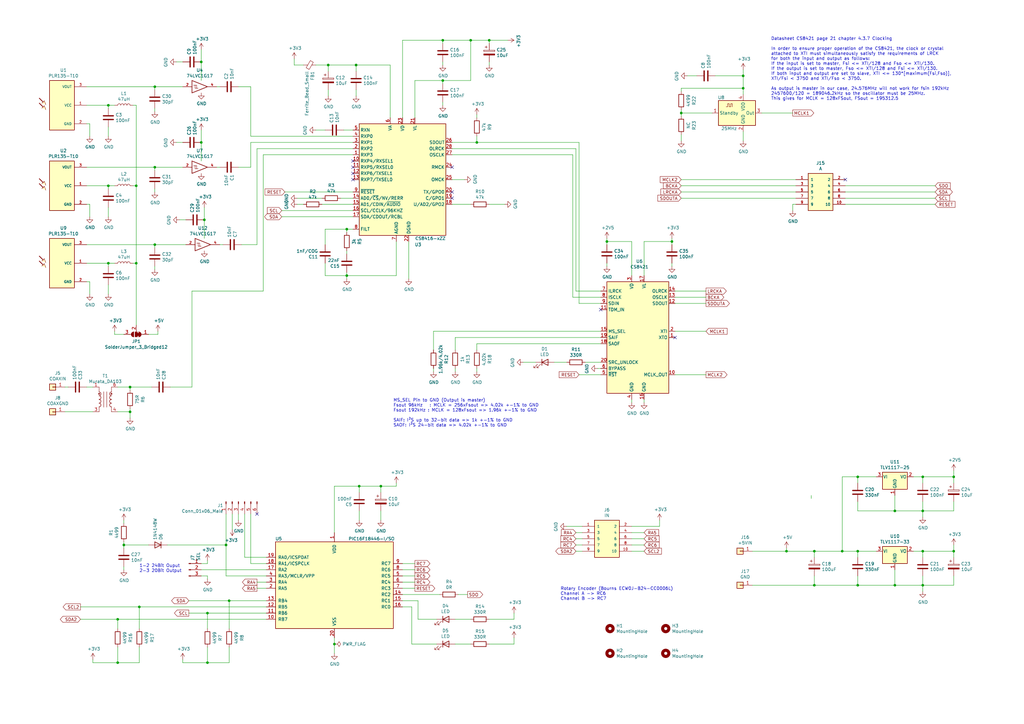
<source format=kicad_sch>
(kicad_sch (version 20211123) (generator eeschema)
  (paper "A3")
  (title_block (title "SPDIF Receiver / ASRC") (date "2022-02-20") (rev "V1"))
  (junction (at 351.79 240.03))
  (junction (at 378.46 240.03))
  (junction (at 334.01 226.06))
  (junction (at 378.46 209.55))
  (junction (at 63.5 68.58))
  (junction (at 304.8 36.195))
  (junction (at 83.82 90.17))
  (junction (at 200.66 16.51))
  (junction (at 48.26 254))
  (junction (at 92.71 223.52))
  (junction (at 275.59 99.06))
  (junction (at 134.62 26.67))
  (junction (at 55.88 76.2))
  (junction (at 53.34 158.75))
  (junction (at 50.8 223.52))
  (junction (at 63.5 35.56))
  (junction (at 391.16 226.06))
  (junction (at 44.45 43.18))
  (junction (at 55.88 107.95))
  (junction (at 334.01 240.03))
  (junction (at 44.45 76.2))
  (junction (at 351.79 226.06))
  (junction (at 57.15 248.92))
  (junction (at 85.09 251.46))
  (junction (at 82.55 25.4))
  (junction (at 137.16 264.16))
  (junction (at 181.61 33.02))
  (junction (at 85.09 271.78))
  (junction (at 146.05 26.67))
  (junction (at 63.5 100.33))
  (junction (at 378.46 195.58))
  (junction (at 378.46 226.06))
  (junction (at 53.34 168.91))
  (junction (at 82.55 58.42))
  (junction (at 279.4 46.355))
  (junction (at 367.03 209.55))
  (junction (at 195.58 58.42))
  (junction (at 322.58 226.06))
  (junction (at 304.8 31.115))
  (junction (at 147.32 199.39))
  (junction (at 181.61 16.51))
  (junction (at 93.98 246.38))
  (junction (at 248.92 99.06))
  (junction (at 391.16 195.58))
  (junction (at 345.44 226.06))
  (junction (at 44.45 107.95))
  (junction (at 156.21 199.39))
  (junction (at 142.24 113.03))
  (junction (at 142.24 93.98))
  (junction (at 193.04 16.51))
  (junction (at 48.26 271.78))
  (junction (at 351.79 195.58))
  (junction (at 367.03 240.03))
  (no_connect (at 144.78 68.58))
  (no_connect (at 144.78 73.66))
  (no_connect (at 185.42 68.58))
  (no_connect (at 144.78 71.12))
  (no_connect (at 346.71 73.66))
  (no_connect (at 246.38 127))
  (no_connect (at 276.86 138.43))
  (no_connect (at 185.42 78.74))
  (no_connect (at 185.42 81.28))
  (no_connect (at 105.41 210.82))
  (no_connect (at 144.78 66.04))
  (wire (pts (xy 181.61 33.02) (xy 193.04 33.02)))
  (wire (pts (xy 33.02 254) (xy 48.26 254)))
  (wire (pts (xy 246.38 121.92) (xy 234.95 121.92)))
  (wire (pts (xy 63.5 100.33) (xy 35.56 100.33)))
  (wire (pts (xy 322.58 226.06) (xy 334.01 226.06)))
  (wire (pts (xy 234.95 63.5) (xy 185.42 63.5)))
  (wire (pts (xy 54.61 43.18) (xy 55.88 43.18)))
  (wire (pts (xy 48.26 254) (xy 109.22 254)))
  (wire (pts (xy 115.57 86.36) (xy 144.78 86.36)))
  (wire (pts (xy 92.71 210.82) (xy 92.71 223.52)))
  (wire (pts (xy 264.16 226.06) (xy 259.08 226.06)))
  (wire (pts (xy 279.4 36.195) (xy 304.8 36.195)))
  (wire (pts (xy 289.56 135.89) (xy 276.86 135.89)))
  (wire (pts (xy 345.44 226.06) (xy 351.79 226.06)))
  (wire (pts (xy 142.24 111.76) (xy 142.24 113.03)))
  (wire (pts (xy 162.56 198.12) (xy 162.56 199.39)))
  (wire (pts (xy 378.46 228.6) (xy 378.46 226.06)))
  (wire (pts (xy 186.69 151.13) (xy 186.69 152.4)))
  (wire (pts (xy 168.91 248.92) (xy 165.1 248.92)))
  (wire (pts (xy 346.71 81.28) (xy 383.54 81.28)))
  (wire (pts (xy 345.44 195.58) (xy 345.44 226.06)))
  (wire (pts (xy 109.22 233.68) (xy 82.55 233.68)))
  (wire (pts (xy 35.56 35.56) (xy 63.5 35.56)))
  (wire (pts (xy 193.04 33.02) (xy 193.04 16.51)))
  (wire (pts (xy 85.09 257.81) (xy 85.09 251.46)))
  (wire (pts (xy 246.38 124.46) (xy 237.49 124.46)))
  (wire (pts (xy 275.59 99.06) (xy 275.59 100.33)))
  (wire (pts (xy 115.57 88.9) (xy 144.78 88.9)))
  (wire (pts (xy 48.26 158.75) (xy 53.34 158.75)))
  (wire (pts (xy 332.74 204.47) (xy 332.74 203.2)))
  (wire (pts (xy 351.79 240.03) (xy 334.01 240.03)))
  (wire (pts (xy 92.71 236.22) (xy 109.22 236.22)))
  (wire (pts (xy 214.63 148.59) (xy 219.71 148.59)))
  (wire (pts (xy 236.22 226.06) (xy 238.76 226.06)))
  (wire (pts (xy 259.08 165.1) (xy 259.08 163.83)))
  (wire (pts (xy 391.16 240.03) (xy 391.16 236.22)))
  (wire (pts (xy 74.93 270.51) (xy 74.93 271.78)))
  (wire (pts (xy 109.22 231.14) (xy 102.87 231.14)))
  (wire (pts (xy 240.03 148.59) (xy 246.38 148.59)))
  (wire (pts (xy 121.92 83.82) (xy 124.46 83.82)))
  (wire (pts (xy 63.5 110.49) (xy 63.5 109.22)))
  (wire (pts (xy 170.18 236.22) (xy 165.1 236.22)))
  (wire (pts (xy 195.58 55.88) (xy 195.58 58.42)))
  (wire (pts (xy 312.42 46.355) (xy 325.12 46.355)))
  (wire (pts (xy 82.55 20.32) (xy 82.55 25.4)))
  (wire (pts (xy 187.96 243.84) (xy 191.77 243.84)))
  (wire (pts (xy 168.91 264.16) (xy 168.91 248.92)))
  (wire (pts (xy 100.33 228.6) (xy 100.33 210.82)))
  (wire (pts (xy 232.41 215.9) (xy 238.76 215.9)))
  (wire (pts (xy 177.8 135.89) (xy 177.8 143.51)))
  (wire (pts (xy 279.4 76.2) (xy 326.39 76.2)))
  (wire (pts (xy 142.24 113.03) (xy 133.35 113.03)))
  (wire (pts (xy 55.88 107.95) (xy 55.88 76.2)))
  (wire (pts (xy 378.46 205.74) (xy 378.46 209.55)))
  (wire (pts (xy 105.41 60.96) (xy 144.78 60.96)))
  (wire (pts (xy 208.28 16.51) (xy 200.66 16.51)))
  (wire (pts (xy 346.71 76.2) (xy 383.54 76.2)))
  (wire (pts (xy 289.56 153.67) (xy 276.86 153.67)))
  (wire (pts (xy 85.09 229.87) (xy 85.09 231.14)))
  (wire (pts (xy 334.01 240.03) (xy 334.01 236.22)))
  (wire (pts (xy 304.8 31.115) (xy 293.37 31.115)))
  (wire (pts (xy 36.83 50.8) (xy 35.56 50.8)))
  (wire (pts (xy 35.56 107.95) (xy 44.45 107.95)))
  (wire (pts (xy 200.66 26.67) (xy 200.66 25.4)))
  (wire (pts (xy 105.41 100.33) (xy 105.41 60.96)))
  (wire (pts (xy 97.79 68.58) (xy 102.87 68.58)))
  (wire (pts (xy 55.88 107.95) (xy 54.61 107.95)))
  (wire (pts (xy 55.88 133.35) (xy 55.88 107.95)))
  (wire (pts (xy 107.95 119.38) (xy 107.95 63.5)))
  (wire (pts (xy 72.39 25.4) (xy 74.93 25.4)))
  (wire (pts (xy 142.24 93.98) (xy 133.35 93.98)))
  (wire (pts (xy 77.47 246.38) (xy 93.98 246.38)))
  (wire (pts (xy 77.47 251.46) (xy 85.09 251.46)))
  (wire (pts (xy 156.21 199.39) (xy 156.21 201.93)))
  (wire (pts (xy 146.05 39.37) (xy 146.05 36.83)))
  (wire (pts (xy 50.8 224.79) (xy 50.8 223.52)))
  (wire (pts (xy 391.16 198.12) (xy 391.16 195.58)))
  (wire (pts (xy 146.05 26.67) (xy 134.62 26.67)))
  (wire (pts (xy 367.03 209.55) (xy 367.03 203.2)))
  (wire (pts (xy 351.79 209.55) (xy 351.79 205.74)))
  (wire (pts (xy 264.16 220.98) (xy 259.08 220.98)))
  (wire (pts (xy 160.02 26.67) (xy 146.05 26.67)))
  (wire (pts (xy 304.8 31.115) (xy 304.8 28.575)))
  (wire (pts (xy 50.8 233.68) (xy 50.8 232.41)))
  (wire (pts (xy 167.64 114.3) (xy 167.64 99.06)))
  (wire (pts (xy 279.4 46.355) (xy 279.4 47.625)))
  (wire (pts (xy 82.55 58.42) (xy 82.55 66.04)))
  (wire (pts (xy 144.78 83.82) (xy 132.08 83.82)))
  (wire (pts (xy 236.22 119.38) (xy 236.22 60.96)))
  (wire (pts (xy 133.35 53.34) (xy 129.54 53.34)))
  (wire (pts (xy 367.03 240.03) (xy 351.79 240.03)))
  (wire (pts (xy 36.83 115.57) (xy 35.56 115.57)))
  (wire (pts (xy 346.71 78.74) (xy 383.54 78.74)))
  (wire (pts (xy 391.16 228.6) (xy 391.16 226.06)))
  (wire (pts (xy 35.56 43.18) (xy 44.45 43.18)))
  (wire (pts (xy 64.77 137.16) (xy 64.77 135.89)))
  (wire (pts (xy 181.61 17.78) (xy 181.61 16.51)))
  (wire (pts (xy 259.08 223.52) (xy 264.16 223.52)))
  (wire (pts (xy 57.15 271.78) (xy 57.15 265.43)))
  (wire (pts (xy 38.1 270.51) (xy 38.1 271.78)))
  (wire (pts (xy 50.8 137.16) (xy 46.99 137.16)))
  (wire (pts (xy 46.99 76.2) (xy 44.45 76.2)))
  (wire (pts (xy 270.51 215.9) (xy 270.51 213.36)))
  (wire (pts (xy 190.5 73.66) (xy 185.42 73.66)))
  (wire (pts (xy 367.03 240.03) (xy 367.03 233.68)))
  (wire (pts (xy 186.69 264.16) (xy 193.04 264.16)))
  (wire (pts (xy 351.79 198.12) (xy 351.79 195.58)))
  (wire (pts (xy 44.45 55.88) (xy 44.45 52.07)))
  (wire (pts (xy 334.01 226.06) (xy 334.01 228.6)))
  (wire (pts (xy 74.93 35.56) (xy 63.5 35.56)))
  (wire (pts (xy 346.71 83.82) (xy 383.54 83.82)))
  (wire (pts (xy 85.09 271.78) (xy 93.98 271.78)))
  (wire (pts (xy 236.22 223.52) (xy 238.76 223.52)))
  (wire (pts (xy 53.34 171.45) (xy 53.34 168.91)))
  (wire (pts (xy 185.42 83.82) (xy 193.04 83.82)))
  (wire (pts (xy 97.79 213.36) (xy 97.79 210.82)))
  (wire (pts (xy 142.24 104.14) (xy 142.24 102.87)))
  (wire (pts (xy 107.95 63.5) (xy 144.78 63.5)))
  (wire (pts (xy 102.87 58.42) (xy 144.78 58.42)))
  (wire (pts (xy 147.32 199.39) (xy 147.32 201.93)))
  (wire (pts (xy 48.26 168.91) (xy 53.34 168.91)))
  (wire (pts (xy 304.8 31.115) (xy 304.8 36.195)))
  (wire (pts (xy 93.98 257.81) (xy 93.98 246.38)))
  (wire (pts (xy 378.46 226.06) (xy 374.65 226.06)))
  (wire (pts (xy 248.92 97.79) (xy 248.92 99.06)))
  (wire (pts (xy 391.16 193.04) (xy 391.16 195.58)))
  (wire (pts (xy 378.46 236.22) (xy 378.46 240.03)))
  (wire (pts (xy 26.67 168.91) (xy 38.1 168.91)))
  (wire (pts (xy 170.18 231.14) (xy 165.1 231.14)))
  (wire (pts (xy 162.56 113.03) (xy 162.56 99.06)))
  (wire (pts (xy 105.41 241.3) (xy 109.22 241.3)))
  (wire (pts (xy 85.09 231.14) (xy 82.55 231.14)))
  (wire (pts (xy 55.88 76.2) (xy 54.61 76.2)))
  (wire (pts (xy 121.92 81.28) (xy 132.08 81.28)))
  (wire (pts (xy 276.86 119.38) (xy 289.56 119.38)))
  (wire (pts (xy 292.1 46.355) (xy 279.4 46.355)))
  (wire (pts (xy 146.05 29.21) (xy 146.05 26.67)))
  (wire (pts (xy 325.12 83.82) (xy 325.12 86.36)))
  (wire (pts (xy 378.46 195.58) (xy 374.65 195.58)))
  (wire (pts (xy 248.92 99.06) (xy 248.92 100.33)))
  (wire (pts (xy 322.58 224.79) (xy 322.58 226.06)))
  (wire (pts (xy 308.61 240.03) (xy 334.01 240.03)))
  (wire (pts (xy 85.09 236.22) (xy 85.09 237.49)))
  (wire (pts (xy 50.8 214.63) (xy 50.8 213.36)))
  (wire (pts (xy 326.39 83.82) (xy 325.12 83.82)))
  (wire (pts (xy 35.56 68.58) (xy 63.5 68.58)))
  (wire (pts (xy 57.15 257.81) (xy 57.15 248.92)))
  (wire (pts (xy 171.45 246.38) (xy 171.45 254)))
  (wire (pts (xy 195.58 140.97) (xy 195.58 143.51)))
  (wire (pts (xy 391.16 223.52) (xy 391.16 226.06)))
  (wire (pts (xy 276.86 124.46) (xy 289.56 124.46)))
  (wire (pts (xy 85.09 265.43) (xy 85.09 271.78)))
  (wire (pts (xy 48.26 257.81) (xy 48.26 254)))
  (wire (pts (xy 46.99 107.95) (xy 44.45 107.95)))
  (wire (pts (xy 162.56 199.39) (xy 156.21 199.39)))
  (wire (pts (xy 109.22 228.6) (xy 100.33 228.6)))
  (wire (pts (xy 236.22 218.44) (xy 238.76 218.44)))
  (wire (pts (xy 195.58 58.42) (xy 185.42 58.42)))
  (wire (pts (xy 53.34 160.02) (xy 53.34 158.75)))
  (wire (pts (xy 200.66 254) (xy 210.82 254)))
  (wire (pts (xy 195.58 48.26) (xy 195.58 46.99)))
  (wire (pts (xy 48.26 271.78) (xy 57.15 271.78)))
  (wire (pts (xy 83.82 90.17) (xy 83.82 97.79)))
  (wire (pts (xy 378.46 198.12) (xy 378.46 195.58)))
  (wire (pts (xy 378.46 209.55) (xy 367.03 209.55)))
  (wire (pts (xy 264.16 99.06) (xy 275.59 99.06)))
  (wire (pts (xy 160.02 48.26) (xy 160.02 26.67)))
  (wire (pts (xy 378.46 212.09) (xy 378.46 209.55)))
  (wire (pts (xy 48.26 265.43) (xy 48.26 271.78)))
  (wire (pts (xy 46.99 43.18) (xy 44.45 43.18)))
  (wire (pts (xy 170.18 233.68) (xy 165.1 233.68)))
  (wire (pts (xy 60.96 223.52) (xy 50.8 223.52)))
  (wire (pts (xy 378.46 240.03) (xy 391.16 240.03)))
  (wire (pts (xy 53.34 168.91) (xy 53.34 167.64)))
  (wire (pts (xy 227.33 148.59) (xy 232.41 148.59)))
  (wire (pts (xy 259.08 99.06) (xy 259.08 113.03)))
  (wire (pts (xy 144.78 78.74) (xy 116.84 78.74)))
  (wire (pts (xy 378.46 209.55) (xy 391.16 209.55)))
  (wire (pts (xy 82.55 53.34) (xy 82.55 58.42)))
  (wire (pts (xy 92.71 223.52) (xy 92.71 236.22)))
  (wire (pts (xy 391.16 209.55) (xy 391.16 205.74)))
  (wire (pts (xy 35.56 76.2) (xy 44.45 76.2)))
  (wire (pts (xy 93.98 246.38) (xy 109.22 246.38)))
  (wire (pts (xy 195.58 151.13) (xy 195.58 152.4)))
  (wire (pts (xy 36.83 55.88) (xy 36.83 50.8)))
  (wire (pts (xy 237.49 124.46) (xy 237.49 58.42)))
  (wire (pts (xy 193.04 16.51) (xy 200.66 16.51)))
  (wire (pts (xy 279.4 37.465) (xy 279.4 36.195)))
  (wire (pts (xy 69.85 158.75) (xy 78.74 158.75)))
  (wire (pts (xy 279.4 73.66) (xy 326.39 73.66)))
  (wire (pts (xy 90.17 35.56) (xy 88.9 35.56)))
  (wire (pts (xy 134.62 26.67) (xy 129.54 26.67)))
  (wire (pts (xy 85.09 251.46) (xy 109.22 251.46)))
  (wire (pts (xy 170.18 238.76) (xy 165.1 238.76)))
  (wire (pts (xy 351.79 195.58) (xy 345.44 195.58)))
  (wire (pts (xy 200.66 83.82) (xy 207.01 83.82)))
  (wire (pts (xy 279.4 55.245) (xy 279.4 57.785)))
  (wire (pts (xy 53.34 158.75) (xy 62.23 158.75)))
  (wire (pts (xy 245.11 151.13) (xy 246.38 151.13)))
  (wire (pts (xy 109.22 248.92) (xy 57.15 248.92)))
  (wire (pts (xy 95.25 217.17) (xy 95.25 210.82)))
  (wire (pts (xy 156.21 199.39) (xy 147.32 199.39)))
  (wire (pts (xy 237.49 58.42) (xy 195.58 58.42)))
  (wire (pts (xy 275.59 97.79) (xy 275.59 99.06)))
  (wire (pts (xy 279.4 81.28) (xy 326.39 81.28)))
  (wire (pts (xy 137.16 264.16) (xy 137.16 261.62)))
  (wire (pts (xy 264.16 218.44) (xy 259.08 218.44)))
  (wire (pts (xy 234.95 121.92) (xy 234.95 63.5)))
  (wire (pts (xy 210.82 254) (xy 210.82 251.46)))
  (wire (pts (xy 142.24 95.25) (xy 142.24 93.98)))
  (wire (pts (xy 165.1 48.26) (xy 165.1 16.51)))
  (wire (pts (xy 391.16 195.58) (xy 378.46 195.58)))
  (wire (pts (xy 391.16 226.06) (xy 378.46 226.06)))
  (wire (pts (xy 165.1 16.51) (xy 181.61 16.51)))
  (wire (pts (xy 102.87 55.88) (xy 144.78 55.88)))
  (wire (pts (xy 60.96 137.16) (xy 64.77 137.16)))
  (wire (pts (xy 264.16 113.03) (xy 264.16 99.06)))
  (wire (pts (xy 308.61 226.06) (xy 322.58 226.06)))
  (wire (pts (xy 120.65 26.67) (xy 120.65 24.13)))
  (wire (pts (xy 238.76 220.98) (xy 236.22 220.98)))
  (wire (pts (xy 83.82 85.09) (xy 83.82 90.17)))
  (wire (pts (xy 186.69 138.43) (xy 186.69 143.51)))
  (wire (pts (xy 304.8 57.785) (xy 304.8 53.975)))
  (wire (pts (xy 36.83 88.9) (xy 36.83 83.82)))
  (wire (pts (xy 36.83 120.65) (xy 36.83 115.57)))
  (wire (pts (xy 156.21 213.36) (xy 156.21 209.55)))
  (wire (pts (xy 279.4 45.085) (xy 279.4 46.355)))
  (wire (pts (xy 334.01 226.06) (xy 345.44 226.06)))
  (wire (pts (xy 165.1 243.84) (xy 180.34 243.84)))
  (wire (pts (xy 181.61 34.29) (xy 181.61 33.02)))
  (wire (pts (xy 78.74 119.38) (xy 107.95 119.38)))
  (wire (pts (xy 124.46 26.67) (xy 120.65 26.67)))
  (wire (pts (xy 27.94 158.75) (xy 26.67 158.75)))
  (wire (pts (xy 82.55 25.4) (xy 82.55 33.02)))
  (wire (pts (xy 351.79 195.58) (xy 359.41 195.58)))
  (wire (pts (xy 181.61 43.18) (xy 181.61 41.91)))
  (wire (pts (xy 276.86 121.92) (xy 289.56 121.92)))
  (wire (pts (xy 165.1 246.38) (xy 171.45 246.38)))
  (wire (pts (xy 102.87 231.14) (xy 102.87 210.82)))
  (wire (pts (xy 170.18 48.26) (xy 170.18 33.02)))
  (wire (pts (xy 33.02 248.92) (xy 57.15 248.92)))
  (wire (pts (xy 246.38 153.67) (xy 237.49 153.67)))
  (wire (pts (xy 44.45 77.47) (xy 44.45 76.2)))
  (wire (pts (xy 133.35 113.03) (xy 133.35 107.95)))
  (wire (pts (xy 133.35 93.98) (xy 133.35 100.33)))
  (wire (pts (xy 105.41 238.76) (xy 109.22 238.76)))
  (wire (pts (xy 351.79 228.6) (xy 351.79 226.06)))
  (wire (pts (xy 179.07 264.16) (xy 168.91 264.16)))
  (wire (pts (xy 259.08 215.9) (xy 270.51 215.9)))
  (wire (pts (xy 236.22 60.96) (xy 185.42 60.96)))
  (wire (pts (xy 246.38 140.97) (xy 195.58 140.97)))
  (wire (pts (xy 281.94 31.115) (xy 285.75 31.115)))
  (wire (pts (xy 304.8 36.195) (xy 304.8 38.735)))
  (wire (pts (xy 90.17 68.58) (xy 88.9 68.58)))
  (wire (pts (xy 351.79 240.03) (xy 351.79 236.22)))
  (wire (pts (xy 44.45 109.22) (xy 44.45 107.95)))
  (wire (pts (xy 200.66 16.51) (xy 200.66 17.78)))
  (wire (pts (xy 93.98 271.78) (xy 93.98 265.43)))
  (wire (pts (xy 147.32 199.39) (xy 137.16 199.39)))
  (wire (pts (xy 351.79 226.06) (xy 359.41 226.06)))
  (wire (pts (xy 137.16 199.39) (xy 137.16 218.44)))
  (wire (pts (xy 76.2 100.33) (xy 63.5 100.33)))
  (wire (pts (xy 165.1 241.3) (xy 170.18 241.3)))
  (wire (pts (xy 63.5 36.83) (xy 63.5 35.56)))
  (wire (pts (xy 177.8 151.13) (xy 177.8 152.4)))
  (wire (pts (xy 147.32 213.36) (xy 147.32 209.55)))
  (wire (pts (xy 35.56 158.75) (xy 38.1 158.75)))
  (wire (pts (xy 50.8 223.52) (xy 50.8 222.25)))
  (wire (pts (xy 99.06 100.33) (xy 105.41 100.33)))
  (wire (pts (xy 246.38 135.89) (xy 177.8 135.89)))
  (wire (pts (xy 378.46 242.57) (xy 378.46 240.03)))
  (wire (pts (xy 55.88 76.2) (xy 55.88 43.18)))
  (wire (pts (xy 63.5 69.85) (xy 63.5 68.58)))
  (wire (pts (xy 63.5 78.74) (xy 63.5 77.47)))
  (wire (pts (xy 36.83 83.82) (xy 35.56 83.82)))
  (wire (pts (xy 74.93 271.78) (xy 85.09 271.78)))
  (wire (pts (xy 181.61 26.67) (xy 181.61 25.4)))
  (wire (pts (xy 38.1 271.78) (xy 48.26 271.78)))
  (wire (pts (xy 44.45 88.9) (xy 44.45 85.09)))
  (wire (pts (xy 186.69 254) (xy 193.04 254)))
  (wire (pts (xy 73.66 90.17) (xy 76.2 90.17)))
  (wire (pts (xy 144.78 53.34) (xy 140.97 53.34)))
  (wire (pts (xy 74.93 68.58) (xy 63.5 68.58)))
  (wire (pts (xy 68.58 223.52) (xy 92.71 223.52)))
  (wire (pts (xy 170.18 33.02) (xy 181.61 33.02)))
  (wire (pts (xy 134.62 29.21) (xy 134.62 26.67)))
  (wire (pts (xy 171.45 254) (xy 179.07 254)))
  (wire (pts (xy 246.38 119.38) (xy 236.22 119.38)))
  (wire (pts (xy 367.03 209.55) (xy 351.79 209.55)))
  (wire (pts (xy 200.66 264.16) (xy 210.82 264.16)))
  (wire (pts (xy 378.46 240.03) (xy 367.03 240.03)))
  (wire (pts (xy 246.38 138.43) (xy 186.69 138.43)))
  (wire (pts (xy 44.45 44.45) (xy 44.45 43.18)))
  (wire (pts (xy 78.74 119.38) (xy 78.74 158.75)))
  (wire (pts (xy 46.99 137.16) (xy 46.99 135.89)))
  (wire (pts (xy 264.16 165.1) (xy 264.16 163.83)))
  (wire (pts (xy 102.87 55.88) (xy 102.87 35.56)))
  (wire (pts (xy 142.24 113.03) (xy 162.56 113.03)))
  (wire (pts (xy 63.5 45.72) (xy 63.5 44.45)))
  (wire (pts (xy 279.4 78.74) (xy 326.39 78.74)))
  (wire (pts (xy 144.78 93.98) (xy 142.24 93.98)))
  (wire (pts (xy 181.61 16.51) (xy 193.04 16.51)))
  (wire (pts (xy 210.82 264.16) (xy 210.82 261.62)))
  (wire (pts (xy 144.78 81.28) (xy 139.7 81.28)))
  (wire (pts (xy 91.44 100.33) (xy 90.17 100.33)))
  (wire (pts (xy 248.92 107.95) (xy 248.92 109.22)))
  (wire (pts (xy 72.39 58.42) (xy 74.93 58.42)))
  (wire (pts (xy 102.87 68.58) (xy 102.87 58.42)))
  (wire (pts (xy 142.24 114.3) (xy 142.24 113.03)))
  (wire (pts (xy 44.45 120.65) (xy 44.45 116.84)))
  (wire (pts (xy 102.87 35.56) (xy 97.79 35.56)))
  (wire (pts (xy 85.09 236.22) (xy 82.55 236.22)))
  (wire (pts (xy 63.5 101.6) (xy 63.5 100.33)))
  (wire (pts (xy 248.92 99.06) (xy 259.08 99.06)))
  (wire (pts (xy 275.59 107.95) (xy 275.59 109.22)))
  (wire (pts (xy 134.62 39.37) (xy 134.62 36.83)))
  (wire (pts (xy 137.16 267.97) (xy 137.16 264.16)))
  (text "1-2 24Bit Ouput\n2-3 20Bit Output" (at 57.15 234.95 0) (effects (font (size 1.27 1.27)) (justify left bottom)))
  (text "Rotary Encoder (Bourns ECW0J-B24-CC0006L)\nChannel A -> RC6\nChannel B -> RC7" (at 229.87 246.38 0) (effects (font (size 1.27 1.27)) (justify left bottom)))
  (text "Datasheet CS8421 page 21 chapter 4.3.7 Clocking\n\nIn order to ensure proper operation of the CS8421, the clock or crystal\nattached to XTI must simultaneously satisfy the requirements of LRCK \nfor both the input and output as follows:\nIf the input is set to master, Fsi <= XTI/128 and Fso <= XTI/130. \nIf the output is set to master, Fso <= XTI/128 and Fsi <= XTI/130.\nIf both input and output are set to slave, XTI <= 130*[maximum(Fsi,Fso)],\nXTI/Fsi < 3750 and XTI/Fso < 3750.\n\nAs output is master in our case, 24.576MHz will not work for fsin 192kHz\n2457600/120 = 189046.2kHz so the oscillator must be 25MHz.\nThis gives for MCLK = 128xFSout, FSout = 195312.5" (at 316.23 41.275 0) (effects (font (size 1.27 1.27)) (justify left bottom)))
  (text "MS_SEL Pin to GND (Output is master)\nFsout 96kHz   : MCLK = 256xFsout => 4.02k +-1% to GND\nFsout 192kHz : MCLK = 128xFsout => 1.96k +-1% to GND\n\nSAIF: I²S up to 32-bit data => 1k +-1% to GND\nSAOF: I²S 24-bit data => 4.02k +-1% to GND" (at 161.29 175.26 0) (effects (font (size 1.27 1.27)) (justify left bottom)))
  (global_label "BCKA" (shape input) (at 279.4 76.2 180) (property "Intersheet References" "${INTERSHEET_REFS}" (effects hide)))
  (global_label "SCL" (shape output) (at 77.47 251.46 180) (property "Intersheet References" "${INTERSHEET_REFS}" (effects hide)))
  (global_label "RC4" (shape output) (at 170.18 238.76 0) (property "Intersheet References" "${INTERSHEET_REFS}" (effects hide)))
  (global_label "MCLK1" (shape output) (at 325.12 46.355 0) (property "Intersheet References" "${INTERSHEET_REFS}" (effects hide)))
  (global_label "RC4" (shape input) (at 236.22 220.98 180) (property "Intersheet References" "${INTERSHEET_REFS}" (effects hide)))
  (global_label "SDA" (shape bidirectional) (at 383.54 78.74 0) (property "Intersheet References" "${INTERSHEET_REFS}" (effects hide)))
  (global_label "RESET" (shape output) (at 170.18 241.3 0) (property "Intersheet References" "${INTERSHEET_REFS}" (effects hide)))
  (global_label "RESET" (shape input) (at 237.49 153.67 180) (property "Intersheet References" "${INTERSHEET_REFS}" (effects hide)))
  (global_label "MCLK2" (shape input) (at 279.4 73.66 180) (property "Intersheet References" "${INTERSHEET_REFS}" (effects hide)))
  (global_label "RC6" (shape input) (at 264.16 223.52 0) (property "Intersheet References" "${INTERSHEET_REFS}" (effects hide)))
  (global_label "RC7" (shape input) (at 236.22 223.52 180) (property "Intersheet References" "${INTERSHEET_REFS}" (effects hide)))
  (global_label "RC7" (shape output) (at 170.18 231.14 0) (property "Intersheet References" "${INTERSHEET_REFS}" (effects hide)))
  (global_label "SDOUTA" (shape output) (at 289.56 124.46 0) (property "Intersheet References" "${INTERSHEET_REFS}" (effects hide)))
  (global_label "SDA" (shape bidirectional) (at 77.47 246.38 180) (property "Intersheet References" "${INTERSHEET_REFS}" (effects hide)))
  (global_label "SCL2" (shape input) (at 264.16 226.06 0) (property "Intersheet References" "${INTERSHEET_REFS}" (effects hide)))
  (global_label "RA5" (shape input) (at 264.16 218.44 0) (property "Intersheet References" "${INTERSHEET_REFS}" (effects hide)))
  (global_label "BCKA" (shape output) (at 289.56 121.92 0) (property "Intersheet References" "${INTERSHEET_REFS}" (effects hide)))
  (global_label "LRCKA" (shape output) (at 289.56 119.38 0) (property "Intersheet References" "${INTERSHEET_REFS}" (effects hide)))
  (global_label "SCL" (shape input) (at 115.57 86.36 180) (property "Intersheet References" "${INTERSHEET_REFS}" (effects hide)))
  (global_label "RESET" (shape input) (at 383.54 83.82 0) (property "Intersheet References" "${INTERSHEET_REFS}" (effects hide)))
  (global_label "RA5" (shape output) (at 105.41 241.3 180) (property "Intersheet References" "${INTERSHEET_REFS}" (effects hide)))
  (global_label "SDO" (shape output) (at 191.77 243.84 0) (property "Intersheet References" "${INTERSHEET_REFS}" (effects hide)))
  (global_label "SDA2" (shape bidirectional) (at 236.22 226.06 180) (property "Intersheet References" "${INTERSHEET_REFS}" (effects hide)))
  (global_label "SDO" (shape input) (at 383.54 76.2 0) (property "Intersheet References" "${INTERSHEET_REFS}" (effects hide)))
  (global_label "RC6" (shape output) (at 170.18 233.68 0) (property "Intersheet References" "${INTERSHEET_REFS}" (effects hide)))
  (global_label "RC5" (shape input) (at 264.16 220.98 0) (property "Intersheet References" "${INTERSHEET_REFS}" (effects hide)))
  (global_label "RESET" (shape input) (at 116.84 78.74 180) (property "Intersheet References" "${INTERSHEET_REFS}" (effects hide)))
  (global_label "MCLK2" (shape output) (at 289.56 153.67 0) (property "Intersheet References" "${INTERSHEET_REFS}" (effects hide)))
  (global_label "RA4" (shape input) (at 236.22 218.44 180) (property "Intersheet References" "${INTERSHEET_REFS}" (effects hide)))
  (global_label "MCLK1" (shape input) (at 289.56 135.89 0) (property "Intersheet References" "${INTERSHEET_REFS}" (effects hide)))
  (global_label "SDOUTA" (shape input) (at 279.4 81.28 180) (property "Intersheet References" "${INTERSHEET_REFS}" (effects hide)))
  (global_label "LRCKA" (shape input) (at 279.4 78.74 180) (property "Intersheet References" "${INTERSHEET_REFS}" (effects hide)))
  (global_label "RA4" (shape output) (at 105.41 238.76 180) (property "Intersheet References" "${INTERSHEET_REFS}" (effects hide)))
  (global_label "SCL" (shape input) (at 383.54 81.28 0) (property "Intersheet References" "${INTERSHEET_REFS}" (effects hide)))
  (global_label "SCL2" (shape output) (at 33.02 248.92 180) (property "Intersheet References" "${INTERSHEET_REFS}" (effects hide)))
  (global_label "SDA" (shape bidirectional) (at 115.57 88.9 180) (property "Intersheet References" "${INTERSHEET_REFS}" (effects hide)))
  (global_label "RC5" (shape output) (at 170.18 236.22 0) (property "Intersheet References" "${INTERSHEET_REFS}" (effects hide)))
  (global_label "SDA2" (shape bidirectional) (at 33.02 254 180) (property "Intersheet References" "${INTERSHEET_REFS}" (effects hide)))
  (symbol (lib_id "Device:C") (at 147.32 205.74 180) (unit 1)
    (property "Reference" "C5" (at 144.399 206.9084 0) (effects (justify left)))
    (property "Value" "100nF" (at 144.399 204.597 0) (effects (justify left)))
    (property "Footprint" "Capacitor_SMD:C_0603_1608Metric_Pad1.08x0.95mm_HandSolder" (effects hide))
    (property "manf#" "CL10B104KB8NNNL" (effects hide))
  )
  (symbol (lib_id "power:GND") (at 137.16 267.97 0) (unit 1)
    (property "Reference" "#PWR0115" (effects hide))
    (property "Value" "GND" (at 137.287 272.3642 0))
  )
  (symbol (lib_id "power:PWR_FLAG") (at 137.16 264.16 270) (unit 1)
    (property "Reference" "#FLG0101" (effects hide))
    (property "Value" "PWR_FLAG" (at 140.4112 264.16 90) (effects (justify left)))
  )
  (symbol (lib_id "MCU_Microchip_PIC16:PIC16F1829-IP") (at 137.16 241.3 0) (unit 1)
    (property "Reference" "U5" (at 114.3 220.98 0))
    (property "Value" "PIC16F18446-I/SO" (at 152.4 220.98 0))
    (property "Footprint" "Package_SO:SOIC-20W_7.5x12.8mm_P1.27mm" (effects hide))
    (property "Datasheet" "http://ww1.microchip.com/downloads/en/DeviceDoc/41440C.pdf" (effects hide))
    (property "manf#" "PIC16F18446-I/SO" (effects hide))
  )
  (symbol (lib_id "kicad-snk:PLR135-T10") (at 25.4 43.18 0) (mirror y) (unit 1)
    (property "Reference" "U1" (at 26.0096 28.7782 0))
    (property "Value" "PLR135-T10" (at 26.0096 31.0896 0))
    (property "Footprint" "PLR135-T10_PLT133-T10W" (effects hide))
    (property "manf#" "PLR135/T10" (effects hide))
  )
  (symbol (lib_id "Device:C") (at 93.98 35.56 270) (unit 1)
    (property "Reference" "C2" (at 92.8116 32.639 0) (effects (justify right)))
    (property "Value" "10nF" (at 95.123 32.639 0) (effects (justify right)))
    (property "Footprint" "Capacitor_SMD:C_0603_1608Metric_Pad1.08x0.95mm_HandSolder" (effects hide))
    (property "manf#" "CL10B104KB8NNNL" (effects hide))
  )
  (symbol (lib_id "Mechanical:MountingHole") (at 250.19 257.81 0) (unit 1)
    (property "Reference" "H1" (at 252.73 256.6416 0) (effects (justify left)))
    (property "Value" "MountingHole" (at 252.73 258.953 0) (effects (justify left)))
    (property "Footprint" "MountingHole:MountingHole_3.2mm_M3" (effects hide))
  )
  (symbol (lib_id "Mechanical:MountingHole") (at 273.05 257.81 0) (unit 1)
    (property "Reference" "H3" (at 275.59 256.6416 0) (effects (justify left)))
    (property "Value" "MountingHole" (at 275.59 258.953 0) (effects (justify left)))
    (property "Footprint" "MountingHole:MountingHole_3.2mm_M3" (effects hide))
  )
  (symbol (lib_id "Mechanical:MountingHole") (at 250.19 267.97 0) (unit 1)
    (property "Reference" "H2" (at 252.73 266.8016 0) (effects (justify left)))
    (property "Value" "MountingHole" (at 252.73 269.113 0) (effects (justify left)))
    (property "Footprint" "MountingHole:MountingHole_3.2mm_M3" (effects hide))
  )
  (symbol (lib_id "Mechanical:MountingHole") (at 273.05 267.97 0) (unit 1)
    (property "Reference" "H4" (at 275.59 266.8016 0) (effects (justify left)))
    (property "Value" "MountingHole" (at 275.59 269.113 0) (effects (justify left)))
    (property "Footprint" "MountingHole:MountingHole_3.2mm_M3" (effects hide))
  )
  (symbol (lib_id "Device:C") (at 44.45 48.26 180) (unit 1)
    (property "Reference" "C3" (at 47.371 47.0916 0) (effects (justify right)))
    (property "Value" "100nF" (at 47.371 49.403 0) (effects (justify right)))
    (property "Footprint" "Capacitor_SMD:C_0603_1608Metric_Pad1.08x0.95mm_HandSolder" (effects hide))
    (property "manf#" "CL10B104KB8NNNL" (effects hide))
  )
  (symbol (lib_id "power:GND") (at 36.83 55.88 0) (unit 1)
    (property "Reference" "#PWR0104" (effects hide))
    (property "Value" "GND" (at 36.957 60.2742 0))
  )
  (symbol (lib_id "power:GND") (at 44.45 55.88 0) (unit 1)
    (property "Reference" "#PWR0105" (effects hide))
    (property "Value" "GND" (at 44.577 60.2742 0))
  )
  (symbol (lib_id "kicad-snk:PLR135-T10") (at 25.4 76.2 0) (mirror y) (unit 1)
    (property "Reference" "U2" (at 26.0096 61.7982 0))
    (property "Value" "PLR135-T10" (at 26.0096 64.1096 0))
    (property "Footprint" "PLR135-T10_PLT133-T10W" (effects hide))
    (property "manf#" "PLR135/T10" (effects hide))
  )
  (symbol (lib_id "Device:C") (at 44.45 81.28 180) (unit 1)
    (property "Reference" "C4" (at 47.371 80.1116 0) (effects (justify right)))
    (property "Value" "100nF" (at 47.371 82.423 0) (effects (justify right)))
    (property "Footprint" "Capacitor_SMD:C_0603_1608Metric_Pad1.08x0.95mm_HandSolder" (effects hide))
    (property "manf#" "CL10B104KB8NNNL" (effects hide))
  )
  (symbol (lib_id "power:GND") (at 36.83 88.9 0) (unit 1)
    (property "Reference" "#PWR0107" (effects hide))
    (property "Value" "GND" (at 36.957 93.2942 0))
  )
  (symbol (lib_id "power:GND") (at 44.45 88.9 0) (unit 1)
    (property "Reference" "#PWR0108" (effects hide))
    (property "Value" "GND" (at 44.577 93.2942 0))
  )
  (symbol (lib_id "Device:R") (at 85.09 261.62 180) (unit 1)
    (property "Reference" "R7" (at 90.3478 261.62 90))
    (property "Value" "4K99" (at 88.0364 261.62 90))
    (property "Footprint" "Resistor_SMD:R_0603_1608Metric_Pad0.98x0.95mm_HandSolder" (effects hide))
    (property "manf#" "RT0603FRE074K99L" (effects hide))
  )
  (symbol (lib_id "Device:R") (at 93.98 261.62 180) (unit 1)
    (property "Reference" "R8" (at 99.2378 261.62 90))
    (property "Value" "4K99" (at 96.9264 261.62 90))
    (property "Footprint" "Resistor_SMD:R_0603_1608Metric_Pad0.98x0.95mm_HandSolder" (effects hide))
    (property "manf#" "RT0603FRE074K99L" (effects hide))
  )
  (symbol (lib_id "power:+3.3V") (at 74.93 270.51 0) (unit 1)
    (property "Reference" "#PWR0111" (effects hide))
    (property "Value" "+3.3V" (at 75.311 266.1158 0))
  )
  (symbol (lib_id "power:+3.3V") (at 162.56 198.12 0) (unit 1)
    (property "Reference" "#PWR0112" (effects hide))
    (property "Value" "+3.3V" (at 162.941 193.7258 0))
  )
  (symbol (lib_id "Connector:Conn_01x06_Male") (at 97.79 205.74 90) (mirror x) (unit 1)
    (property "Reference" "J1" (at 91.5924 207.3148 90) (effects (justify left)))
    (property "Value" "Conn_01x06_Male" (at 91.5924 209.6262 90) (effects (justify left)))
    (property "Footprint" "Connector_PinHeader_2.54mm:PinHeader_1x06_P2.54mm_Vertical" (effects hide))
  )
  (symbol (lib_id "power:+3.3V") (at 95.25 217.17 180) (unit 1)
    (property "Reference" "#PWR0113" (effects hide))
    (property "Value" "+3.3V" (at 94.869 221.5642 0))
  )
  (symbol (lib_id "power:GND") (at 97.79 213.36 0) (unit 1)
    (property "Reference" "#PWR0114" (effects hide))
    (property "Value" "GND" (at 97.917 217.7542 0))
  )
  (symbol (lib_id "power:+3.3V") (at 304.8 28.575 0) (unit 1)
    (property "Reference" "#PWR0145" (effects hide))
    (property "Value" "+3.3V" (at 305.181 24.1808 0))
  )
  (symbol (lib_id "power:GND") (at 281.94 31.115 270) (unit 1)
    (property "Reference" "#PWR0155" (effects hide))
    (property "Value" "GND" (at 277.5458 31.242 0))
  )
  (symbol (lib_id "Device:CP") (at 156.21 205.74 0) (unit 1)
    (property "Reference" "C10" (at 159.2072 204.5716 0) (effects (justify left)))
    (property "Value" "10uF" (at 159.2072 206.883 0) (effects (justify left)))
    (property "Footprint" "Capacitor_Tantalum_SMD:CP_EIA-3528-21_Kemet-B_Pad1.50x2.35mm_HandSolder" (effects hide))
    (property "manf#" "TCJB106M025R0100" (effects hide))
  )
  (symbol (lib_id "power:GND") (at 147.32 213.36 0) (unit 1)
    (property "Reference" "#PWR0122" (effects hide))
    (property "Value" "GND" (at 147.447 217.7542 0))
  )
  (symbol (lib_id "power:GND") (at 156.21 213.36 0) (unit 1)
    (property "Reference" "#PWR0123" (effects hide))
    (property "Value" "GND" (at 156.337 217.7542 0))
  )
  (symbol (lib_id "Device:C") (at 146.05 33.02 0) (unit 1)
    (property "Reference" "C14" (at 148.971 31.8516 0) (effects (justify left)))
    (property "Value" "100nF" (at 148.971 34.163 0) (effects (justify left)))
    (property "Footprint" "Capacitor_SMD:C_0603_1608Metric_Pad1.08x0.95mm_HandSolder" (effects hide))
    (property "manf#" "CL10B104KB8NNNL" (effects hide))
  )
  (symbol (lib_id "Device:CP") (at 134.62 33.02 0) (unit 1)
    (property "Reference" "C12" (at 137.6172 31.8516 0) (effects (justify left)))
    (property "Value" "10uF" (at 137.6172 34.163 0) (effects (justify left)))
    (property "Footprint" "Capacitor_Tantalum_SMD:CP_EIA-3528-21_Kemet-B_Pad1.50x2.35mm_HandSolder" (effects hide))
    (property "manf#" "TCJB106M025R0100" (effects hide))
  )
  (symbol (lib_id "Device:L") (at 50.8 43.18 90) (unit 1)
    (property "Reference" "L1" (at 50.8 38.354 90))
    (property "Value" "47uH" (at 50.8 40.6654 90))
    (property "Footprint" "Inductor_SMD:L_0805_2012Metric_Pad1.05x1.20mm_HandSolder" (effects hide))
    (property "manf#" "MLZ2012M470WT000" (effects hide))
  )
  (symbol (lib_id "Oscillator:ASDMB-xxxMHz") (at 302.26 46.355 0) (unit 1)
    (property "Reference" "U8" (at 297.18 40.005 0) (effects (justify right)))
    (property "Value" "25MHz" (at 302.26 52.705 0) (effects (justify right)))
    (property "Footprint" "Oscillator:Oscillator_SMD_EuroQuartz_XO91-4Pin_7.0x5.0mm_HandSoldering" (effects hide))
    (property "Datasheet" "https://abracon.com/Oscillators/ASDMB.pdf" (effects hide))
    (property "manf#" "EC2620TS-24.576M TR" (effects hide))
  )
  (symbol (lib_id "Regulator_Linear:TLV1117-33") (at 367.03 226.06 0) (unit 1)
    (property "Reference" "U10" (at 367.03 219.9132 0))
    (property "Value" "TLV1117-33" (at 367.03 222.2246 0))
    (property "Footprint" "Package_TO_SOT_SMD:SOT-223-3_TabPin2" (effects hide))
    (property "Datasheet" "http://www.ti.com/lit/ds/symlink/tlv1117.pdf" (effects hide))
    (property "manf#" "TLV1117-33IDCYR" (effects hide))
  )
  (symbol (lib_id "Device:CP") (at 334.01 232.41 0) (unit 1)
    (property "Reference" "C18" (at 337.0072 231.2416 0) (effects (justify left)))
    (property "Value" "100uF" (at 337.0072 233.553 0) (effects (justify left)))
    (property "Footprint" "Capacitor_THT:CP_Radial_D8.0mm_P3.50mm" (effects hide))
    (property "manf#" "35YXF100MEFC8X11.5" (effects hide))
  )
  (symbol (lib_id "Device:C") (at 378.46 232.41 0) (unit 1)
    (property "Reference" "C21" (at 381.381 231.2416 0) (effects (justify left)))
    (property "Value" "100nF" (at 381.381 233.553 0) (effects (justify left)))
    (property "Footprint" "Capacitor_SMD:C_0805_2012Metric_Pad1.18x1.45mm_HandSolder" (effects hide))
    (property "manf#" "CL21B104KBCNNNC" (effects hide))
  )
  (symbol (lib_id "Device:CP") (at 391.16 232.41 0) (unit 1)
    (property "Reference" "C23" (at 394.1572 231.2416 0) (effects (justify left)))
    (property "Value" "10uF" (at 394.1572 233.553 0) (effects (justify left)))
    (property "Footprint" "Capacitor_Tantalum_SMD:CP_EIA-3528-21_Kemet-B_Pad1.50x2.35mm_HandSolder" (effects hide))
    (property "manf#" "TCJB106M025R0100" (effects hide))
  )
  (symbol (lib_id "power:GND") (at 378.46 242.57 0) (unit 1)
    (property "Reference" "#PWR0136" (effects hide))
    (property "Value" "GND" (at 378.587 246.9642 0))
  )
  (symbol (lib_id "power:+3.3V") (at 391.16 223.52 0) (unit 1)
    (property "Reference" "#PWR0137" (effects hide))
    (property "Value" "+3.3V" (at 391.541 219.1258 0))
  )
  (symbol (lib_id "Device:C") (at 378.46 201.93 0) (unit 1)
    (property "Reference" "C22" (at 381.381 200.7616 0) (effects (justify left)))
    (property "Value" "100nF" (at 381.381 203.073 0) (effects (justify left)))
    (property "Footprint" "Capacitor_SMD:C_0805_2012Metric_Pad1.18x1.45mm_HandSolder" (effects hide))
    (property "manf#" "CL21B104KBCNNNC" (effects hide))
  )
  (symbol (lib_id "Device:CP") (at 391.16 201.93 0) (unit 1)
    (property "Reference" "C24" (at 394.1572 200.7616 0) (effects (justify left)))
    (property "Value" "10uF" (at 394.1572 203.073 0) (effects (justify left)))
    (property "Footprint" "Capacitor_Tantalum_SMD:CP_EIA-3528-21_Kemet-B_Pad1.50x2.35mm_HandSolder" (effects hide))
    (property "manf#" "TCJB106M025R0100" (effects hide))
  )
  (symbol (lib_id "power:GND") (at 378.46 212.09 0) (unit 1)
    (property "Reference" "#PWR0138" (effects hide))
    (property "Value" "GND" (at 378.587 216.4842 0))
  )
  (symbol (lib_id "power:+5V") (at 322.58 224.79 0) (unit 1)
    (property "Reference" "#PWR0103" (effects hide))
    (property "Value" "+5V" (at 322.961 220.3958 0))
  )
  (symbol (lib_id "Regulator_Linear:TLV1117-18") (at 367.03 195.58 0) (unit 1)
    (property "Reference" "U11" (at 367.03 189.4332 0))
    (property "Value" "TLV1117-25" (at 367.03 191.7446 0))
    (property "Footprint" "Package_TO_SOT_SMD:SOT-223-3_TabPin2" (effects hide))
    (property "Datasheet" "http://www.ti.com/lit/ds/symlink/tlv1117.pdf" (effects hide))
    (property "manf#" "TLV1117-18CDCYR" (effects hide))
  )
  (symbol (lib_id "Device:C") (at 351.79 201.93 0) (unit 1)
    (property "Reference" "C20" (at 354.711 200.7616 0) (effects (justify left)))
    (property "Value" "330nF" (at 354.711 203.073 0) (effects (justify left)))
    (property "Footprint" "Capacitor_SMD:C_0805_2012Metric_Pad1.18x1.45mm_HandSolder" (effects hide))
    (property "manf#" "CL21B334KBFNNNE" (effects hide))
  )
  (symbol (lib_id "Device:C") (at 351.79 232.41 0) (unit 1)
    (property "Reference" "C19" (at 354.711 231.2416 0) (effects (justify left)))
    (property "Value" "330nF" (at 354.711 233.553 0) (effects (justify left)))
    (property "Footprint" "Capacitor_SMD:C_0805_2012Metric_Pad1.18x1.45mm_HandSolder" (effects hide))
    (property "manf#" "CL21B334KBFNNNE" (effects hide))
  )
  (symbol (lib_id "power:+5V") (at 64.77 135.89 0) (unit 1)
    (property "Reference" "#PWR0106" (effects hide))
    (property "Value" "+5V" (at 65.151 131.4958 0))
  )
  (symbol (lib_id "power:+3.3V") (at 46.99 135.89 0) (unit 1)
    (property "Reference" "#PWR0168" (effects hide))
    (property "Value" "+3.3V" (at 47.371 131.4958 0))
  )
  (symbol (lib_id "Device:R") (at 50.8 218.44 0) (unit 1)
    (property "Reference" "R1" (at 45.5422 218.44 90))
    (property "Value" "4k99" (at 47.8536 218.44 90))
    (property "Footprint" "Resistor_SMD:R_0603_1608Metric_Pad0.98x0.95mm_HandSolder" (effects hide))
    (property "manf#" "RT0603FRE074K99L" (effects hide))
  )
  (symbol (lib_id "Device:C") (at 50.8 228.6 0) (unit 1)
    (property "Reference" "C27" (at 53.721 227.4316 0) (effects (justify left)))
    (property "Value" "10nF" (at 53.721 229.743 0) (effects (justify left)))
    (property "Footprint" "Capacitor_SMD:C_0603_1608Metric_Pad1.08x0.95mm_HandSolder" (effects hide))
    (property "manf#" "CL10B103KB8NNNC" (effects hide))
  )
  (symbol (lib_id "Diode:1N4148W") (at 64.77 223.52 0) (mirror y) (unit 1)
    (property "Reference" "D6" (at 65.9384 221.488 90) (effects (justify left)))
    (property "Value" "1N4148W" (at 63.627 221.488 90) (effects (justify left)))
    (property "Footprint" "Diode_SMD:D_SOD-123" (effects hide))
    (property "Datasheet" "https://www.vishay.com/docs/85748/1n4148w.pdf" (effects hide))
    (property "manf#" "1N4148W-7-F" (effects hide))
  )
  (symbol (lib_id "power:GND") (at 50.8 233.68 0) (unit 1)
    (property "Reference" "#PWR0116" (effects hide))
    (property "Value" "GND" (at 50.927 238.0742 0))
  )
  (symbol (lib_id "power:+3.3V") (at 50.8 213.36 0) (unit 1)
    (property "Reference" "#PWR0118" (effects hide))
    (property "Value" "+3.3V" (at 51.181 208.9658 0))
  )
  (symbol (lib_id "kicad-snk:TE_CONN_RCPT_10POS_0.1_TIN_PCB") (at 248.92 220.98 0) (unit 1)
    (property "Reference" "J6" (at 248.92 209.1182 0))
    (property "Value" "IN" (at 248.92 211.4296 0))
    (property "Footprint" "kicad-snk:TE_CONN_RCPT_10POS_0.1_TIN_PCB" (effects hide))
    (property "Comment" "1-338068-0" (effects hide))
    (property "EU_RoHS_Compliance" "Compliant" (effects hide))
    (property "manf#" "1-215079-0" (effects hide))
  )
  (symbol (lib_id "Device:L") (at 50.8 76.2 90) (unit 1)
    (property "Reference" "L2" (at 50.8 71.374 90))
    (property "Value" "47uH" (at 50.8 73.6854 90))
    (property "Footprint" "Inductor_SMD:L_0805_2012Metric_Pad1.05x1.20mm_HandSolder" (effects hide))
    (property "manf#" "MLZ2012M470WT000" (effects hide))
  )
  (symbol (lib_id "Device:LED") (at 182.88 254 0) (unit 1)
    (property "Reference" "D4" (at 182.7022 248.4882 0))
    (property "Value" "LED" (at 182.7022 250.7996 0))
    (property "Footprint" "LED_SMD:LED_0805_2012Metric_Pad1.15x1.40mm_HandSolder" (effects hide))
    (property "manf#" "LG R971-KN-1" (effects hide))
  )
  (symbol (lib_id "Device:LED") (at 182.88 264.16 0) (unit 1)
    (property "Reference" "D5" (at 182.7022 258.6482 0))
    (property "Value" "LED" (at 182.7022 260.9596 0))
    (property "Footprint" "LED_SMD:LED_0805_2012Metric_Pad1.15x1.40mm_HandSolder" (effects hide))
    (property "manf#" "LG R971-KN-1" (effects hide))
  )
  (symbol (lib_id "Device:R") (at 196.85 254 270) (unit 1)
    (property "Reference" "R14" (at 196.85 248.7422 90))
    (property "Value" "330R" (at 196.85 251.0536 90))
    (property "Footprint" "Resistor_SMD:R_0603_1608Metric_Pad0.98x0.95mm_HandSolder" (effects hide))
    (property "manf#" "RT0603FRD07330RL" (effects hide))
  )
  (symbol (lib_id "Device:R") (at 196.85 264.16 270) (unit 1)
    (property "Reference" "R15" (at 196.85 258.9022 90))
    (property "Value" "330R" (at 196.85 261.2136 90))
    (property "Footprint" "Resistor_SMD:R_0603_1608Metric_Pad0.98x0.95mm_HandSolder" (effects hide))
    (property "manf#" "RT0603FRD07330RL" (effects hide))
  )
  (symbol (lib_id "power:+3.3V") (at 210.82 251.46 0) (unit 1)
    (property "Reference" "#PWR0121" (effects hide))
    (property "Value" "+3.3V" (at 211.201 247.0658 0))
  )
  (symbol (lib_id "power:+3.3V") (at 210.82 261.62 0) (unit 1)
    (property "Reference" "#PWR0131" (effects hide))
    (property "Value" "+3.3V" (at 211.201 257.2258 0))
  )
  (symbol (lib_id "Device:R") (at 184.15 243.84 270) (unit 1)
    (property "Reference" "R4" (at 184.15 238.5822 90))
    (property "Value" "0R" (at 184.15 240.8936 90))
    (property "Footprint" "Resistor_SMD:R_0603_1608Metric_Pad0.98x0.95mm_HandSolder" (effects hide))
    (property "manf#" "RK73Z1JLTD" (effects hide))
  )
  (symbol (lib_id "Connector:Conn_01x03_Male") (at 77.47 233.68 0) (unit 1)
    (property "Reference" "J7" (at 79.0448 230.0224 90) (effects (justify left)))
    (property "Value" "SEL" (at 81.3562 230.0224 90) (effects (justify left)))
    (property "Footprint" "Connector_PinHeader_2.54mm:PinHeader_1x03_P2.54mm_Vertical" (effects hide))
  )
  (symbol (lib_id "power:+3.3V") (at 85.09 229.87 0) (unit 1)
    (property "Reference" "#PWR0146" (effects hide))
    (property "Value" "+3.3V" (at 85.471 225.4758 0))
  )
  (symbol (lib_id "power:GND") (at 85.09 237.49 0) (unit 1)
    (property "Reference" "#PWR0149" (effects hide))
    (property "Value" "GND" (at 85.217 241.8842 0))
  )
  (symbol (lib_id "kicad-snk:Murata_DA103") (at 43.18 163.83 0) (unit 1)
    (property "Reference" "T1" (at 43.18 154.1526 0))
    (property "Value" "Murata_DA103" (at 43.18 156.464 0))
    (property "Footprint" "kicad-snk:DA100J" (effects hide))
  )
  (symbol (lib_id "Connector_Generic:Conn_01x01") (at 21.59 158.75 180) (unit 1)
    (property "Reference" "J5" (at 23.6728 153.035 0))
    (property "Value" "COAXIN" (at 23.6728 155.3464 0))
    (property "Footprint" "Connector_Pin:Pin_D1.0mm_L10.0mm" (effects hide))
  )
  (symbol (lib_id "Connector_Generic:Conn_01x01") (at 21.59 168.91 180) (unit 1)
    (property "Reference" "J8" (at 23.6728 163.195 0))
    (property "Value" "COAXGND" (at 23.6728 165.5064 0))
    (property "Footprint" "Connector_Pin:Pin_D1.0mm_L10.0mm" (effects hide))
  )
  (symbol (lib_id "Device:R") (at 53.34 163.83 180) (unit 1)
    (property "Reference" "R6" (at 58.5978 163.83 90))
    (property "Value" "75R" (at 56.2864 163.83 90))
    (property "Footprint" "Resistor_SMD:R_0603_1608Metric_Pad0.98x0.95mm_HandSolder" (effects hide))
    (property "manf#" "RNCP0603FTD75R0" (effects hide))
  )
  (symbol (lib_id "power:GND") (at 53.34 171.45 0) (unit 1)
    (property "Reference" "#PWR0154" (effects hide))
    (property "Value" "GND" (at 53.467 175.8442 0))
  )
  (symbol (lib_id "Device:C") (at 66.04 158.75 90) (mirror x) (unit 1)
    (property "Reference" "C28" (at 67.2084 155.829 0) (effects (justify right)))
    (property "Value" "10nF" (at 64.897 155.829 0) (effects (justify right)))
    (property "Footprint" "Capacitor_SMD:C_0603_1608Metric_Pad1.08x0.95mm_HandSolder" (effects hide))
    (property "manf#" "CL10B104KB8NNNL" (effects hide))
  )
  (symbol (lib_id "power:GND") (at 72.39 58.42 270) (unit 1)
    (property "Reference" "#PWR0157" (effects hide))
    (property "Value" "GND" (at 67.9958 58.547 0))
  )
  (symbol (lib_id "Device:C") (at 78.74 58.42 270) (unit 1)
    (property "Reference" "C26" (at 77.5716 55.499 0) (effects (justify right)))
    (property "Value" "100nF" (at 79.883 55.499 0) (effects (justify right)))
    (property "Footprint" "Capacitor_SMD:C_0603_1608Metric_Pad1.08x0.95mm_HandSolder" (effects hide))
    (property "manf#" "CL10B104KB8NNNL" (effects hide))
  )
  (symbol (lib_id "power:+3.3V") (at 82.55 53.34 0) (unit 1)
    (property "Reference" "#PWR0158" (effects hide))
    (property "Value" "+3.3V" (at 82.931 48.9458 0))
  )
  (symbol (lib_id "kicad-snk:CS8421") (at 261.62 138.43 0) (unit 1)
    (property "Reference" "U6" (at 262.255 107.1626 0))
    (property "Value" "CS8421" (at 262.255 109.474 0))
    (property "Footprint" "Package_SO:TSSOP-20_4.4x6.5mm_P0.65mm" (effects hide))
    (property "Datasheet" "https://statics.cirrus.com/pubs/proDatasheet/CS8421_F7.pdf" (effects hide))
  )
  (symbol (lib_id "Device:C") (at 63.5 40.64 180) (unit 1)
    (property "Reference" "C30" (at 66.421 39.4716 0) (effects (justify right)))
    (property "Value" "30pF" (at 66.421 41.783 0) (effects (justify right)))
    (property "Footprint" "Capacitor_SMD:C_0603_1608Metric_Pad1.08x0.95mm_HandSolder" (effects hide))
    (property "manf#" "CL10B104KB8NNNL" (effects hide))
  )
  (symbol (lib_id "power:GND") (at 63.5 45.72 0) (unit 1)
    (property "Reference" "#PWR0119" (effects hide))
    (property "Value" "GND" (at 63.627 50.1142 0))
  )
  (symbol (lib_id "Device:C") (at 63.5 73.66 180) (unit 1)
    (property "Reference" "C31" (at 66.421 72.4916 0) (effects (justify right)))
    (property "Value" "30pF" (at 66.421 74.803 0) (effects (justify right)))
    (property "Footprint" "Capacitor_SMD:C_0603_1608Metric_Pad1.08x0.95mm_HandSolder" (effects hide))
    (property "manf#" "CL10B104KB8NNNL" (effects hide))
  )
  (symbol (lib_id "power:GND") (at 63.5 78.74 0) (unit 1)
    (property "Reference" "#PWR0120" (effects hide))
    (property "Value" "GND" (at 63.627 83.1342 0))
  )
  (symbol (lib_id "Audio:CS8416-xZZ") (at 165.1 73.66 0) (unit 1)
    (property "Reference" "U3" (at 171.45 100.33 0))
    (property "Value" "CS8416-xZZ" (at 176.53 97.79 0))
    (property "Footprint" "Package_SO:TSSOP-28_4.4x9.7mm_P0.65mm" (effects hide))
    (property "Datasheet" "https://d3uzseaevmutz1.cloudfront.net/pubs/proDatasheet/CS8416_F3.pdf" (effects hide))
  )
  (symbol (lib_id "power:+2V5") (at 391.16 193.04 0) (unit 1)
    (property "Reference" "#PWR0101" (effects hide))
    (property "Value" "+2V5" (at 391.541 188.6458 0))
  )
  (symbol (lib_id "Device:C") (at 63.5 105.41 180) (unit 1)
    (property "Reference" "C32" (at 66.421 104.2416 0) (effects (justify right)))
    (property "Value" "30pF" (at 66.421 106.553 0) (effects (justify right)))
    (property "Footprint" "Capacitor_SMD:C_0603_1608Metric_Pad1.08x0.95mm_HandSolder" (effects hide))
    (property "manf#" "CL10B104KB8NNNL" (effects hide))
  )
  (symbol (lib_id "power:GND") (at 63.5 110.49 0) (unit 1)
    (property "Reference" "#PWR0170" (effects hide))
    (property "Value" "GND" (at 63.627 114.8842 0))
  )
  (symbol (lib_id "Device:R") (at 48.26 261.62 180) (unit 1)
    (property "Reference" "R16" (at 53.5178 261.62 90))
    (property "Value" "4K99" (at 51.2064 261.62 90))
    (property "Footprint" "Resistor_SMD:R_0603_1608Metric_Pad0.98x0.95mm_HandSolder" (effects hide))
    (property "manf#" "RT0603FRE074K99L" (effects hide))
  )
  (symbol (lib_id "Device:R") (at 57.15 261.62 180) (unit 1)
    (property "Reference" "R17" (at 62.4078 261.62 90))
    (property "Value" "4K99" (at 60.0964 261.62 90))
    (property "Footprint" "Resistor_SMD:R_0603_1608Metric_Pad0.98x0.95mm_HandSolder" (effects hide))
    (property "manf#" "RT0603FRE074K99L" (effects hide))
  )
  (symbol (lib_id "power:+3.3V") (at 38.1 270.51 0) (unit 1)
    (property "Reference" "#PWR0153" (effects hide))
    (property "Value" "+3.3V" (at 38.481 266.1158 0))
  )
  (symbol (lib_id "power:GND") (at 73.66 90.17 270) (unit 1)
    (property "Reference" "#PWR0159" (effects hide))
    (property "Value" "GND" (at 69.2658 90.297 0))
  )
  (symbol (lib_id "Device:C") (at 80.01 90.17 270) (unit 1)
    (property "Reference" "C29" (at 78.8416 87.249 0) (effects (justify right)))
    (property "Value" "100nF" (at 81.153 87.249 0) (effects (justify right)))
    (property "Footprint" "Capacitor_SMD:C_0603_1608Metric_Pad1.08x0.95mm_HandSolder" (effects hide))
    (property "manf#" "CL10B104KB8NNNL" (effects hide))
  )
  (symbol (lib_id "power:+3.3V") (at 83.82 85.09 0) (unit 1)
    (property "Reference" "#PWR0156" (effects hide))
    (property "Value" "+3.3V" (at 84.201 80.6958 0))
  )
  (symbol (lib_id "power:GND") (at 83.82 102.87 0) (unit 1)
    (property "Reference" "#PWR0142" (effects hide))
    (property "Value" "GND" (at 83.947 107.2642 0))
  )
  (symbol (lib_id "Device:C") (at 289.56 31.115 270) (unit 1)
    (property "Reference" "C8" (at 288.3916 28.194 0) (effects (justify right)))
    (property "Value" "100nF" (at 290.703 28.194 0) (effects (justify right)))
    (property "Footprint" "Capacitor_SMD:C_0603_1608Metric_Pad1.08x0.95mm_HandSolder" (effects hide))
    (property "manf#" "CL10B104KB8NNNL" (effects hide))
  )
  (symbol (lib_id "Device:R") (at 279.4 41.275 180) (unit 1)
    (property "Reference" "R22" (at 284.6578 41.275 90))
    (property "Value" "4K99" (at 282.3464 41.275 90))
    (property "Footprint" "Resistor_SMD:R_0603_1608Metric_Pad0.98x0.95mm_HandSolder" (effects hide))
    (property "manf#" "RT0603FRE074K99L" (effects hide))
  )
  (symbol (lib_id "Device:R") (at 279.4 51.435 180) (unit 1)
    (property "Reference" "R23" (at 284.6578 51.435 90))
    (property "Value" "NC" (at 282.3464 51.435 90))
    (property "Footprint" "Resistor_SMD:R_0603_1608Metric_Pad0.98x0.95mm_HandSolder" (effects hide))
  )
  (symbol (lib_id "power:GND") (at 279.4 57.785 0) (unit 1)
    (property "Reference" "#PWR0143" (effects hide))
    (property "Value" "GND" (at 279.527 62.1792 0))
  )
  (symbol (lib_id "power:GND") (at 304.8 57.785 0) (unit 1)
    (property "Reference" "#PWR0144" (effects hide))
    (property "Value" "GND" (at 304.927 62.1792 0))
  )
  (symbol (lib_id "Device:C") (at 31.75 158.75 90) (mirror x) (unit 1)
    (property "Reference" "C33" (at 32.9184 155.829 0) (effects (justify right)))
    (property "Value" "100nF" (at 30.607 155.829 0) (effects (justify right)))
    (property "Footprint" "Capacitor_SMD:C_0603_1608Metric_Pad1.08x0.95mm_HandSolder" (effects hide))
    (property "manf#" "CL10B104KB8NNNL" (effects hide))
  )
  (symbol (lib_id "power:GND") (at 72.39 25.4 270) (unit 1)
    (property "Reference" "#PWR0163" (effects hide))
    (property "Value" "GND" (at 67.9958 25.527 0))
  )
  (symbol (lib_id "Device:C") (at 78.74 25.4 270) (unit 1)
    (property "Reference" "C9" (at 77.5716 22.479 0) (effects (justify right)))
    (property "Value" "100nF" (at 79.883 22.479 0) (effects (justify right)))
    (property "Footprint" "Capacitor_SMD:C_0603_1608Metric_Pad1.08x0.95mm_HandSolder" (effects hide))
    (property "manf#" "CL10B104KB8NNNL" (effects hide))
  )
  (symbol (lib_id "power:+3.3V") (at 82.55 20.32 0) (unit 1)
    (property "Reference" "#PWR0164" (effects hide))
    (property "Value" "+3.3V" (at 82.931 15.9258 0))
  )
  (symbol (lib_id "kicad-snk:PLR135-T10") (at 25.4 107.95 0) (mirror y) (unit 1)
    (property "Reference" "U9" (at 26.0096 93.5482 0))
    (property "Value" "PLR135-T10" (at 26.0096 95.8596 0))
    (property "Footprint" "PLR135-T10_PLT133-T10W" (effects hide))
    (property "manf#" "PLR135/T10" (effects hide))
  )
  (symbol (lib_id "Device:C") (at 44.45 113.03 180) (unit 1)
    (property "Reference" "C6" (at 47.371 111.8616 0) (effects (justify right)))
    (property "Value" "100nF" (at 47.371 114.173 0) (effects (justify right)))
    (property "Footprint" "Capacitor_SMD:C_0603_1608Metric_Pad1.08x0.95mm_HandSolder" (effects hide))
    (property "manf#" "CL10B104KB8NNNL" (effects hide))
  )
  (symbol (lib_id "power:GND") (at 36.83 120.65 0) (unit 1)
    (property "Reference" "#PWR0169" (effects hide))
    (property "Value" "GND" (at 36.957 125.0442 0))
  )
  (symbol (lib_id "power:GND") (at 44.45 120.65 0) (unit 1)
    (property "Reference" "#PWR0167" (effects hide))
    (property "Value" "GND" (at 44.577 125.0442 0))
  )
  (symbol (lib_id "Device:L") (at 50.8 107.95 90) (unit 1)
    (property "Reference" "L3" (at 50.8 103.124 90))
    (property "Value" "47uH" (at 50.8 105.4354 90))
    (property "Footprint" "Inductor_SMD:L_0805_2012Metric_Pad1.05x1.20mm_HandSolder" (effects hide))
    (property "manf#" "MLZ2012M470WT000" (effects hide))
  )
  (symbol (lib_id "Device:C") (at 93.98 68.58 90) (unit 1)
    (property "Reference" "C1" (at 95.1484 71.501 0) (effects (justify right)))
    (property "Value" "10nF" (at 92.837 71.501 0) (effects (justify right)))
    (property "Footprint" "Capacitor_SMD:C_0603_1608Metric_Pad1.08x0.95mm_HandSolder" (effects hide))
    (property "manf#" "CL10B104KB8NNNL" (effects hide))
  )
  (symbol (lib_id "Device:C") (at 95.25 100.33 90) (mirror x) (unit 1)
    (property "Reference" "C7" (at 96.4184 97.409 0) (effects (justify right)))
    (property "Value" "10nF" (at 94.107 97.409 0) (effects (justify right)))
    (property "Footprint" "Capacitor_SMD:C_0603_1608Metric_Pad1.08x0.95mm_HandSolder" (effects hide))
    (property "manf#" "CL10B104KB8NNNL" (effects hide))
  )
  (symbol (lib_id "Device:R") (at 142.24 99.06 180) (unit 1)
    (property "Reference" "R5" (at 147.4978 99.06 90))
    (property "Value" "3k" (at 145.1864 99.06 90))
    (property "Footprint" "Resistor_SMD:R_0603_1608Metric_Pad0.98x0.95mm_HandSolder" (effects hide))
    (property "manf#" "RT0603FRE074K99L" (effects hide))
  )
  (symbol (lib_id "Device:C") (at 142.24 107.95 180) (unit 1)
    (property "Reference" "C15" (at 139.319 109.1184 0) (effects (justify left)))
    (property "Value" "22nF" (at 139.319 106.807 0) (effects (justify left)))
    (property "Footprint" "Capacitor_SMD:C_0603_1608Metric_Pad1.08x0.95mm_HandSolder" (effects hide))
    (property "manf#" "CL10B104KB8NNNL" (effects hide))
  )
  (symbol (lib_id "Device:C") (at 133.35 104.14 180) (unit 1)
    (property "Reference" "C11" (at 130.429 105.3084 0) (effects (justify left)))
    (property "Value" "1nF/COG" (at 130.429 102.997 0) (effects (justify left)))
    (property "Footprint" "Capacitor_SMD:C_0603_1608Metric_Pad1.08x0.95mm_HandSolder" (effects hide))
    (property "manf#" "CL10B104KB8NNNL" (effects hide))
  )
  (symbol (lib_id "Device:C") (at 137.16 53.34 270) (unit 1)
    (property "Reference" "C13" (at 135.9916 50.419 0) (effects (justify right)))
    (property "Value" "10nF" (at 138.303 50.419 0) (effects (justify right)))
    (property "Footprint" "Capacitor_SMD:C_0603_1608Metric_Pad1.08x0.95mm_HandSolder" (effects hide))
    (property "manf#" "CL10B104KB8NNNL" (effects hide))
  )
  (symbol (lib_id "power:GND") (at 129.54 53.34 270) (unit 1)
    (property "Reference" "#PWR0102" (effects hide))
    (property "Value" "GND" (at 125.1458 53.467 0))
  )
  (symbol (lib_id "power:+3.3V") (at 270.51 213.36 0) (unit 1)
    (property "Reference" "#PWR0147" (effects hide))
    (property "Value" "+3.3V" (at 270.891 208.9658 0))
  )
  (symbol (lib_id "power:GND") (at 232.41 215.9 270) (unit 1)
    (property "Reference" "#PWR0148" (effects hide))
    (property "Value" "GND" (at 228.0158 216.027 0))
  )
  (symbol (lib_id "kicad-snk:TE_CONN_RCPT_10POS_0.1_TIN_PCB") (at 336.55 78.74 0) (unit 1)
    (property "Reference" "J15" (at 336.55 66.8782 0))
    (property "Value" "A" (at 336.55 69.1896 0))
    (property "Footprint" "kicad-snk:TE_CONN_RCPT_10POS_0.1_TIN_PCB" (effects hide))
    (property "Comment" "1-338068-0" (effects hide))
    (property "EU_RoHS_Compliance" "Compliant" (effects hide))
    (property "manf#" "1-215079-0" (effects hide))
  )
  (symbol (lib_id "power:GND") (at 325.12 86.36 0) (unit 1)
    (property "Reference" "#PWR0150" (effects hide))
    (property "Value" "GND" (at 325.247 90.7542 0))
  )
  (symbol (lib_id "power:+3.3V") (at 120.65 24.13 0) (unit 1)
    (property "Reference" "#PWR0109" (effects hide))
    (property "Value" "+3.3V" (at 121.031 19.7358 0))
  )
  (symbol (lib_id "power:GND") (at 134.62 39.37 0) (unit 1)
    (property "Reference" "#PWR0110" (effects hide))
    (property "Value" "GND" (at 134.747 43.7642 0))
  )
  (symbol (lib_id "power:GND") (at 146.05 39.37 0) (unit 1)
    (property "Reference" "#PWR0117" (effects hide))
    (property "Value" "GND" (at 146.177 43.7642 0))
  )
  (symbol (lib_id "Device:CP") (at 200.66 21.59 0) (unit 1)
    (property "Reference" "C25" (at 203.6572 20.4216 0) (effects (justify left)))
    (property "Value" "10uF" (at 203.6572 22.733 0) (effects (justify left)))
    (property "Footprint" "Capacitor_Tantalum_SMD:CP_EIA-3528-21_Kemet-B_Pad1.50x2.35mm_HandSolder" (effects hide))
    (property "manf#" "TCJB106M025R0100" (effects hide))
  )
  (symbol (lib_id "Device:C") (at 181.61 21.59 0) (unit 1)
    (property "Reference" "C16" (at 184.531 20.4216 0) (effects (justify left)))
    (property "Value" "100nF" (at 184.531 22.733 0) (effects (justify left)))
    (property "Footprint" "Capacitor_SMD:C_0603_1608Metric_Pad1.08x0.95mm_HandSolder" (effects hide))
    (property "manf#" "CL10B104KB8NNNL" (effects hide))
  )
  (symbol (lib_id "Device:C") (at 181.61 38.1 0) (unit 1)
    (property "Reference" "C17" (at 184.531 36.9316 0) (effects (justify left)))
    (property "Value" "100nF" (at 184.531 39.243 0) (effects (justify left)))
    (property "Footprint" "Capacitor_SMD:C_0603_1608Metric_Pad1.08x0.95mm_HandSolder" (effects hide))
    (property "manf#" "CL10B104KB8NNNL" (effects hide))
  )
  (symbol (lib_id "power:GND") (at 181.61 43.18 0) (unit 1)
    (property "Reference" "#PWR0124" (effects hide))
    (property "Value" "GND" (at 181.737 47.5742 0))
  )
  (symbol (lib_id "power:GND") (at 181.61 26.67 0) (unit 1)
    (property "Reference" "#PWR0125" (effects hide))
    (property "Value" "GND" (at 181.737 31.0642 0))
  )
  (symbol (lib_id "power:GND") (at 200.66 26.67 0) (unit 1)
    (property "Reference" "#PWR0126" (effects hide))
    (property "Value" "GND" (at 200.787 31.0642 0))
  )
  (symbol (lib_id "Connector_Generic:Conn_01x01") (at 303.53 226.06 180) (unit 1)
    (property "Reference" "J16" (at 305.6128 220.345 0))
    (property "Value" "+5VIN" (at 305.6128 222.6564 0))
    (property "Footprint" "Connector_Pin:Pin_D1.0mm_L10.0mm" (effects hide))
  )
  (symbol (lib_id "Connector_Generic:Conn_01x01") (at 303.53 240.03 180) (unit 1)
    (property "Reference" "J17" (at 305.6128 234.315 0))
    (property "Value" "GND" (at 305.6128 236.6264 0))
    (property "Footprint" "Connector_Pin:Pin_D1.0mm_L10.0mm" (effects hide))
  )
  (symbol (lib_id "power:+3.3V") (at 208.28 16.51 270) (unit 1)
    (property "Reference" "#PWR0127" (effects hide))
    (property "Value" "+3.3V" (at 212.6742 16.891 0))
  )
  (symbol (lib_id "Device:LED") (at 223.52 148.59 0) (unit 1)
    (property "Reference" "D1" (at 223.3422 143.0782 0))
    (property "Value" "LED" (at 223.3422 145.3896 0))
    (property "Footprint" "LED_SMD:LED_0805_2012Metric_Pad1.15x1.40mm_HandSolder" (effects hide))
    (property "manf#" "LG R971-KN-1" (effects hide))
  )
  (symbol (lib_id "Device:R") (at 236.22 148.59 270) (unit 1)
    (property "Reference" "R11" (at 236.22 143.3322 90))
    (property "Value" "330R" (at 236.22 145.6436 90))
    (property "Footprint" "Resistor_SMD:R_0603_1608Metric_Pad0.98x0.95mm_HandSolder" (effects hide))
    (property "manf#" "RT0603FRD07330RL" (effects hide))
  )
  (symbol (lib_id "power:GND") (at 214.63 148.59 270) (unit 1)
    (property "Reference" "#PWR0135" (effects hide))
    (property "Value" "GND" (at 210.2358 148.717 0))
  )
  (symbol (lib_id "power:GND") (at 142.24 114.3 0) (unit 1)
    (property "Reference" "#PWR0128" (effects hide))
    (property "Value" "GND" (at 142.367 118.6942 0))
  )
  (symbol (lib_id "power:GND") (at 245.11 151.13 270) (unit 1)
    (property "Reference" "#PWR0139" (effects hide))
    (property "Value" "GND" (at 240.7158 151.257 0))
  )
  (symbol (lib_id "Device:C") (at 248.92 104.14 0) (unit 1)
    (property "Reference" "C34" (at 251.841 102.9716 0) (effects (justify left)))
    (property "Value" "100nF" (at 251.841 105.283 0) (effects (justify left)))
    (property "Footprint" "Capacitor_SMD:C_0603_1608Metric_Pad1.08x0.95mm_HandSolder" (effects hide))
    (property "manf#" "CL10B104KB8NNNL" (effects hide))
  )
  (symbol (lib_id "Device:C") (at 275.59 104.14 0) (unit 1)
    (property "Reference" "C35" (at 278.511 102.9716 0) (effects (justify left)))
    (property "Value" "100nF" (at 278.511 105.283 0) (effects (justify left)))
    (property "Footprint" "Capacitor_SMD:C_0603_1608Metric_Pad1.08x0.95mm_HandSolder" (effects hide))
    (property "manf#" "CL10B104KB8NNNL" (effects hide))
  )
  (symbol (lib_id "Device:R") (at 128.27 83.82 270) (unit 1)
    (property "Reference" "R2" (at 128.27 78.5622 90))
    (property "Value" "47k" (at 128.27 80.8736 90))
    (property "Footprint" "Resistor_SMD:R_0603_1608Metric_Pad0.98x0.95mm_HandSolder" (effects hide))
    (property "manf#" "RT0603FRE074K99L" (effects hide))
  )
  (symbol (lib_id "power:GND") (at 82.55 38.1 0) (unit 1)
    (property "Reference" "#PWR0165" (effects hide))
    (property "Value" "GND" (at 82.677 42.4942 0))
  )
  (symbol (lib_id "power:GND") (at 82.55 71.12 0) (unit 1)
    (property "Reference" "#PWR0166" (effects hide))
    (property "Value" "GND" (at 82.677 75.5142 0))
  )
  (symbol (lib_id "power:GND") (at 248.92 109.22 0) (unit 1)
    (property "Reference" "#PWR0140" (effects hide))
    (property "Value" "GND" (at 249.047 113.6142 0))
  )
  (symbol (lib_id "power:GND") (at 275.59 109.22 0) (unit 1)
    (property "Reference" "#PWR0141" (effects hide))
    (property "Value" "GND" (at 275.717 113.6142 0))
  )
  (symbol (lib_id "Device:R") (at 135.89 81.28 270) (unit 1)
    (property "Reference" "R3" (at 135.89 76.0222 90))
    (property "Value" "47k" (at 135.89 78.3336 90))
    (property "Footprint" "Resistor_SMD:R_0603_1608Metric_Pad0.98x0.95mm_HandSolder" (effects hide))
    (property "manf#" "RT0603FRE074K99L" (effects hide))
  )
  (symbol (lib_id "Device:R") (at 196.85 83.82 270) (unit 1)
    (property "Reference" "R10" (at 196.85 78.5622 90))
    (property "Value" "47k" (at 196.85 80.8736 90))
    (property "Footprint" "Resistor_SMD:R_0603_1608Metric_Pad0.98x0.95mm_HandSolder" (effects hide))
    (property "manf#" "RT0603FRE074K99L" (effects hide))
  )
  (symbol (lib_id "power:GND") (at 207.01 83.82 90) (unit 1)
    (property "Reference" "#PWR0129" (effects hide))
    (property "Value" "GND" (at 211.4042 83.693 0))
  )
  (symbol (lib_id "power:+2V5") (at 248.92 97.79 0) (unit 1)
    (property "Reference" "#PWR0151" (effects hide))
    (property "Value" "+2V5" (at 249.301 93.3958 0))
  )
  (symbol (lib_id "power:+3.3V") (at 275.59 97.79 0) (unit 1)
    (property "Reference" "#PWR0152" (effects hide))
    (property "Value" "+3.3V" (at 275.971 93.3958 0))
  )
  (symbol (lib_id "power:GND") (at 121.92 81.28 270) (unit 1)
    (property "Reference" "#PWR0130" (effects hide))
    (property "Value" "GND" (at 117.5258 81.407 0))
  )
  (symbol (lib_id "power:GND") (at 121.92 83.82 270) (unit 1)
    (property "Reference" "#PWR0132" (effects hide))
    (property "Value" "GND" (at 117.5258 83.947 0))
  )
  (symbol (lib_id "power:GND") (at 259.08 165.1 0) (unit 1)
    (property "Reference" "#PWR0160" (effects hide))
    (property "Value" "GND" (at 259.207 169.4942 0))
  )
  (symbol (lib_id "power:GND") (at 264.16 165.1 0) (unit 1)
    (property "Reference" "#PWR0161" (effects hide))
    (property "Value" "GND" (at 264.287 169.4942 0))
  )
  (symbol (lib_id "Device:R") (at 195.58 147.32 180) (unit 1)
    (property "Reference" "R18" (at 200.8378 147.32 90))
    (property "Value" "4.02k" (at 198.5264 147.32 90))
    (property "Footprint" "Resistor_SMD:R_0603_1608Metric_Pad0.98x0.95mm_HandSolder" (effects hide))
    (property "manf#" "RT0603FRD07330RL" (effects hide))
  )
  (symbol (lib_id "Device:R") (at 177.8 147.32 180) (unit 1)
    (property "Reference" "R12" (at 183.0578 147.32 90))
    (property "Value" "1.96k/4.02k" (at 180.7464 147.32 90))
    (property "Footprint" "Resistor_SMD:R_0603_1608Metric_Pad0.98x0.95mm_HandSolder" (effects hide))
    (property "manf#" "RT0603FRD07330RL" (effects hide))
  )
  (symbol (lib_id "Device:R") (at 186.69 147.32 180) (unit 1)
    (property "Reference" "R13" (at 191.9478 147.32 90))
    (property "Value" "1k" (at 189.6364 147.32 90))
    (property "Footprint" "Resistor_SMD:R_0603_1608Metric_Pad0.98x0.95mm_HandSolder" (effects hide))
    (property "manf#" "RT0603FRD07330RL" (effects hide))
  )
  (symbol (lib_id "power:GND") (at 177.8 152.4 0) (unit 1)
    (property "Reference" "#PWR0162" (effects hide))
    (property "Value" "GND" (at 177.927 156.7942 0))
  )
  (symbol (lib_id "power:GND") (at 186.69 152.4 0) (unit 1)
    (property "Reference" "#PWR0171" (effects hide))
    (property "Value" "GND" (at 186.817 156.7942 0))
  )
  (symbol (lib_id "power:GND") (at 195.58 152.4 0) (unit 1)
    (property "Reference" "#PWR0172" (effects hide))
    (property "Value" "GND" (at 195.707 156.7942 0))
  )
  (symbol (lib_id "power:GND") (at 167.64 114.3 0) (unit 1)
    (property "Reference" "#PWR0133" (effects hide))
    (property "Value" "GND" (at 167.767 118.6942 0))
  )
  (symbol (lib_id "Device:R") (at 195.58 52.07 180) (unit 1)
    (property "Reference" "R9" (at 200.8378 52.07 90))
    (property "Value" "47k" (at 198.5264 52.07 90))
    (property "Footprint" "Resistor_SMD:R_0603_1608Metric_Pad0.98x0.95mm_HandSolder" (effects hide))
    (property "manf#" "RT0603FRE074K99L" (effects hide))
  )
  (symbol (lib_id "power:+3.3V") (at 195.58 46.99 0) (unit 1)
    (property "Reference" "#PWR0134" (effects hide))
    (property "Value" "+3.3V" (at 195.961 42.5958 0))
  )
  (symbol (lib_id "power:GND") (at 190.5 73.66 90) (unit 1)
    (property "Reference" "#PWR0173" (effects hide))
    (property "Value" "GND" (at 194.8942 73.533 0))
  )
  (symbol (lib_id "Device:Ferrite_Bead_Small") (at 127 26.67 270) (unit 1)
    (property "Reference" "FB1" (at 128.1684 29.21 0) (effects (justify left)))
    (property "Value" "Ferrite_Bead_Small" (at 125.857 29.21 0) (effects (justify left)))
    (property "Footprint" "Capacitor_SMD:C_0603_1608Metric_Pad1.08x0.95mm_HandSolder" (effects hide))
    (property "manf#" "742792662" (effects hide))
  )
  (symbol (lib_id "74xGxx:74LVC1G17") (at 82.55 35.56 0) (unit 1)
    (property "Reference" "U4" (at 81.915 28.7782 0))
    (property "Value" "74LVC1G17" (at 81.915 31.0896 0))
    (property "Footprint" "Package_TO_SOT_SMD:SOT-23-5" (effects hide))
    (property "Datasheet" "http://www.ti.com/lit/sg/scyt129e/scyt129e.pdf" (effects hide))
  )
  (symbol (lib_id "Jumper:SolderJumper_3_Bridged12") (at 55.88 137.16 180) (unit 1)
    (property "Reference" "JP1" (at 55.88 140.0302 0))
    (property "Value" "SolderJumper_3_Bridged12" (at 55.88 142.3416 0))
    (property "Footprint" "Jumper:SolderJumper-3_P1.3mm_Bridged12_RoundedPad1.0x1.5mm_NumberLabels" (effects hide))
  )
  (symbol (lib_id "74xGxx:74LVC1G17") (at 82.55 68.58 0) (unit 1)
    (property "Reference" "U7" (at 81.915 61.7982 0))
    (property "Value" "74LVC1G17" (at 81.915 64.1096 0))
    (property "Footprint" "Package_TO_SOT_SMD:SOT-23-5" (effects hide))
    (property "Datasheet" "http://www.ti.com/lit/sg/scyt129e/scyt129e.pdf" (effects hide))
  )
  (symbol (lib_id "74xGxx:74LVC1G17") (at 83.82 100.33 0) (unit 1)
    (property "Reference" "U12" (at 83.185 93.5482 0))
    (property "Value" "74LVC1G17" (at 83.185 95.8596 0))
    (property "Footprint" "Package_TO_SOT_SMD:SOT-23-5" (effects hide))
    (property "Datasheet" "http://www.ti.com/lit/sg/scyt129e/scyt129e.pdf" (effects hide))
  )
)
</source>
